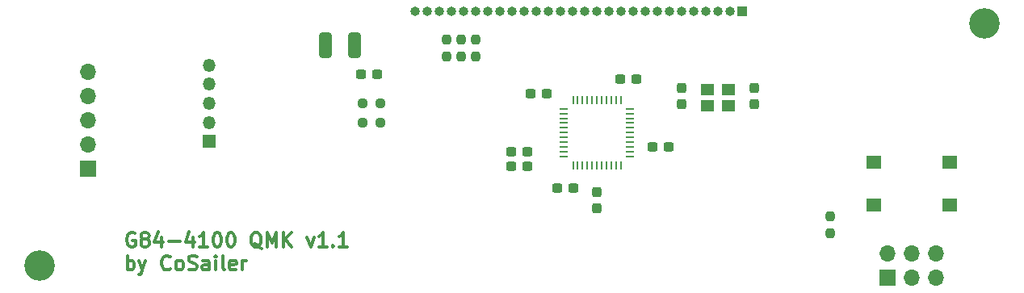
<source format=gts>
%TF.GenerationSoftware,KiCad,Pcbnew,7.0.7*%
%TF.CreationDate,2023-10-21T14:21:19+02:00*%
%TF.ProjectId,G84-4100,4738342d-3431-4303-902e-6b696361645f,rev?*%
%TF.SameCoordinates,Original*%
%TF.FileFunction,Soldermask,Top*%
%TF.FilePolarity,Negative*%
%FSLAX46Y46*%
G04 Gerber Fmt 4.6, Leading zero omitted, Abs format (unit mm)*
G04 Created by KiCad (PCBNEW 7.0.7) date 2023-10-21 14:21:19*
%MOMM*%
%LPD*%
G01*
G04 APERTURE LIST*
G04 Aperture macros list*
%AMRoundRect*
0 Rectangle with rounded corners*
0 $1 Rounding radius*
0 $2 $3 $4 $5 $6 $7 $8 $9 X,Y pos of 4 corners*
0 Add a 4 corners polygon primitive as box body*
4,1,4,$2,$3,$4,$5,$6,$7,$8,$9,$2,$3,0*
0 Add four circle primitives for the rounded corners*
1,1,$1+$1,$2,$3*
1,1,$1+$1,$4,$5*
1,1,$1+$1,$6,$7*
1,1,$1+$1,$8,$9*
0 Add four rect primitives between the rounded corners*
20,1,$1+$1,$2,$3,$4,$5,0*
20,1,$1+$1,$4,$5,$6,$7,0*
20,1,$1+$1,$6,$7,$8,$9,0*
20,1,$1+$1,$8,$9,$2,$3,0*%
G04 Aperture macros list end*
%ADD10C,0.300000*%
%ADD11RoundRect,0.237500X-0.300000X-0.237500X0.300000X-0.237500X0.300000X0.237500X-0.300000X0.237500X0*%
%ADD12C,3.200000*%
%ADD13RoundRect,0.237500X-0.237500X0.300000X-0.237500X-0.300000X0.237500X-0.300000X0.237500X0.300000X0*%
%ADD14R,1.700000X1.700000*%
%ADD15O,1.700000X1.700000*%
%ADD16RoundRect,0.237500X-0.237500X0.250000X-0.237500X-0.250000X0.237500X-0.250000X0.237500X0.250000X0*%
%ADD17R,1.600000X1.400000*%
%ADD18R,1.400000X1.200000*%
%ADD19RoundRect,0.237500X0.300000X0.237500X-0.300000X0.237500X-0.300000X-0.237500X0.300000X-0.237500X0*%
%ADD20RoundRect,0.237500X-0.250000X-0.237500X0.250000X-0.237500X0.250000X0.237500X-0.250000X0.237500X0*%
%ADD21RoundRect,0.237500X0.237500X-0.250000X0.237500X0.250000X-0.237500X0.250000X-0.237500X-0.250000X0*%
%ADD22RoundRect,0.250000X-0.400000X-1.075000X0.400000X-1.075000X0.400000X1.075000X-0.400000X1.075000X0*%
%ADD23R,1.350000X1.350000*%
%ADD24O,1.350000X1.350000*%
%ADD25RoundRect,0.062500X0.062500X-0.375000X0.062500X0.375000X-0.062500X0.375000X-0.062500X-0.375000X0*%
%ADD26RoundRect,0.062500X0.375000X-0.062500X0.375000X0.062500X-0.375000X0.062500X-0.375000X-0.062500X0*%
%ADD27R,1.000000X1.000000*%
%ADD28O,1.000000X1.000000*%
%ADD29RoundRect,0.237500X0.237500X-0.300000X0.237500X0.300000X-0.237500X0.300000X-0.237500X-0.300000X0*%
G04 APERTURE END LIST*
D10*
X105988225Y-84222257D02*
X105845368Y-84150828D01*
X105845368Y-84150828D02*
X105631082Y-84150828D01*
X105631082Y-84150828D02*
X105416796Y-84222257D01*
X105416796Y-84222257D02*
X105273939Y-84365114D01*
X105273939Y-84365114D02*
X105202510Y-84507971D01*
X105202510Y-84507971D02*
X105131082Y-84793685D01*
X105131082Y-84793685D02*
X105131082Y-85007971D01*
X105131082Y-85007971D02*
X105202510Y-85293685D01*
X105202510Y-85293685D02*
X105273939Y-85436542D01*
X105273939Y-85436542D02*
X105416796Y-85579400D01*
X105416796Y-85579400D02*
X105631082Y-85650828D01*
X105631082Y-85650828D02*
X105773939Y-85650828D01*
X105773939Y-85650828D02*
X105988225Y-85579400D01*
X105988225Y-85579400D02*
X106059653Y-85507971D01*
X106059653Y-85507971D02*
X106059653Y-85007971D01*
X106059653Y-85007971D02*
X105773939Y-85007971D01*
X106916796Y-84793685D02*
X106773939Y-84722257D01*
X106773939Y-84722257D02*
X106702510Y-84650828D01*
X106702510Y-84650828D02*
X106631082Y-84507971D01*
X106631082Y-84507971D02*
X106631082Y-84436542D01*
X106631082Y-84436542D02*
X106702510Y-84293685D01*
X106702510Y-84293685D02*
X106773939Y-84222257D01*
X106773939Y-84222257D02*
X106916796Y-84150828D01*
X106916796Y-84150828D02*
X107202510Y-84150828D01*
X107202510Y-84150828D02*
X107345368Y-84222257D01*
X107345368Y-84222257D02*
X107416796Y-84293685D01*
X107416796Y-84293685D02*
X107488225Y-84436542D01*
X107488225Y-84436542D02*
X107488225Y-84507971D01*
X107488225Y-84507971D02*
X107416796Y-84650828D01*
X107416796Y-84650828D02*
X107345368Y-84722257D01*
X107345368Y-84722257D02*
X107202510Y-84793685D01*
X107202510Y-84793685D02*
X106916796Y-84793685D01*
X106916796Y-84793685D02*
X106773939Y-84865114D01*
X106773939Y-84865114D02*
X106702510Y-84936542D01*
X106702510Y-84936542D02*
X106631082Y-85079400D01*
X106631082Y-85079400D02*
X106631082Y-85365114D01*
X106631082Y-85365114D02*
X106702510Y-85507971D01*
X106702510Y-85507971D02*
X106773939Y-85579400D01*
X106773939Y-85579400D02*
X106916796Y-85650828D01*
X106916796Y-85650828D02*
X107202510Y-85650828D01*
X107202510Y-85650828D02*
X107345368Y-85579400D01*
X107345368Y-85579400D02*
X107416796Y-85507971D01*
X107416796Y-85507971D02*
X107488225Y-85365114D01*
X107488225Y-85365114D02*
X107488225Y-85079400D01*
X107488225Y-85079400D02*
X107416796Y-84936542D01*
X107416796Y-84936542D02*
X107345368Y-84865114D01*
X107345368Y-84865114D02*
X107202510Y-84793685D01*
X108773939Y-84650828D02*
X108773939Y-85650828D01*
X108416796Y-84079400D02*
X108059653Y-85150828D01*
X108059653Y-85150828D02*
X108988224Y-85150828D01*
X109559652Y-85079400D02*
X110702510Y-85079400D01*
X112059653Y-84650828D02*
X112059653Y-85650828D01*
X111702510Y-84079400D02*
X111345367Y-85150828D01*
X111345367Y-85150828D02*
X112273938Y-85150828D01*
X113631081Y-85650828D02*
X112773938Y-85650828D01*
X113202509Y-85650828D02*
X113202509Y-84150828D01*
X113202509Y-84150828D02*
X113059652Y-84365114D01*
X113059652Y-84365114D02*
X112916795Y-84507971D01*
X112916795Y-84507971D02*
X112773938Y-84579400D01*
X114559652Y-84150828D02*
X114702509Y-84150828D01*
X114702509Y-84150828D02*
X114845366Y-84222257D01*
X114845366Y-84222257D02*
X114916795Y-84293685D01*
X114916795Y-84293685D02*
X114988223Y-84436542D01*
X114988223Y-84436542D02*
X115059652Y-84722257D01*
X115059652Y-84722257D02*
X115059652Y-85079400D01*
X115059652Y-85079400D02*
X114988223Y-85365114D01*
X114988223Y-85365114D02*
X114916795Y-85507971D01*
X114916795Y-85507971D02*
X114845366Y-85579400D01*
X114845366Y-85579400D02*
X114702509Y-85650828D01*
X114702509Y-85650828D02*
X114559652Y-85650828D01*
X114559652Y-85650828D02*
X114416795Y-85579400D01*
X114416795Y-85579400D02*
X114345366Y-85507971D01*
X114345366Y-85507971D02*
X114273937Y-85365114D01*
X114273937Y-85365114D02*
X114202509Y-85079400D01*
X114202509Y-85079400D02*
X114202509Y-84722257D01*
X114202509Y-84722257D02*
X114273937Y-84436542D01*
X114273937Y-84436542D02*
X114345366Y-84293685D01*
X114345366Y-84293685D02*
X114416795Y-84222257D01*
X114416795Y-84222257D02*
X114559652Y-84150828D01*
X115988223Y-84150828D02*
X116131080Y-84150828D01*
X116131080Y-84150828D02*
X116273937Y-84222257D01*
X116273937Y-84222257D02*
X116345366Y-84293685D01*
X116345366Y-84293685D02*
X116416794Y-84436542D01*
X116416794Y-84436542D02*
X116488223Y-84722257D01*
X116488223Y-84722257D02*
X116488223Y-85079400D01*
X116488223Y-85079400D02*
X116416794Y-85365114D01*
X116416794Y-85365114D02*
X116345366Y-85507971D01*
X116345366Y-85507971D02*
X116273937Y-85579400D01*
X116273937Y-85579400D02*
X116131080Y-85650828D01*
X116131080Y-85650828D02*
X115988223Y-85650828D01*
X115988223Y-85650828D02*
X115845366Y-85579400D01*
X115845366Y-85579400D02*
X115773937Y-85507971D01*
X115773937Y-85507971D02*
X115702508Y-85365114D01*
X115702508Y-85365114D02*
X115631080Y-85079400D01*
X115631080Y-85079400D02*
X115631080Y-84722257D01*
X115631080Y-84722257D02*
X115702508Y-84436542D01*
X115702508Y-84436542D02*
X115773937Y-84293685D01*
X115773937Y-84293685D02*
X115845366Y-84222257D01*
X115845366Y-84222257D02*
X115988223Y-84150828D01*
X119273936Y-85793685D02*
X119131079Y-85722257D01*
X119131079Y-85722257D02*
X118988222Y-85579400D01*
X118988222Y-85579400D02*
X118773936Y-85365114D01*
X118773936Y-85365114D02*
X118631079Y-85293685D01*
X118631079Y-85293685D02*
X118488222Y-85293685D01*
X118559651Y-85650828D02*
X118416794Y-85579400D01*
X118416794Y-85579400D02*
X118273936Y-85436542D01*
X118273936Y-85436542D02*
X118202508Y-85150828D01*
X118202508Y-85150828D02*
X118202508Y-84650828D01*
X118202508Y-84650828D02*
X118273936Y-84365114D01*
X118273936Y-84365114D02*
X118416794Y-84222257D01*
X118416794Y-84222257D02*
X118559651Y-84150828D01*
X118559651Y-84150828D02*
X118845365Y-84150828D01*
X118845365Y-84150828D02*
X118988222Y-84222257D01*
X118988222Y-84222257D02*
X119131079Y-84365114D01*
X119131079Y-84365114D02*
X119202508Y-84650828D01*
X119202508Y-84650828D02*
X119202508Y-85150828D01*
X119202508Y-85150828D02*
X119131079Y-85436542D01*
X119131079Y-85436542D02*
X118988222Y-85579400D01*
X118988222Y-85579400D02*
X118845365Y-85650828D01*
X118845365Y-85650828D02*
X118559651Y-85650828D01*
X119845365Y-85650828D02*
X119845365Y-84150828D01*
X119845365Y-84150828D02*
X120345365Y-85222257D01*
X120345365Y-85222257D02*
X120845365Y-84150828D01*
X120845365Y-84150828D02*
X120845365Y-85650828D01*
X121559651Y-85650828D02*
X121559651Y-84150828D01*
X122416794Y-85650828D02*
X121773937Y-84793685D01*
X122416794Y-84150828D02*
X121559651Y-85007971D01*
X124059651Y-84650828D02*
X124416794Y-85650828D01*
X124416794Y-85650828D02*
X124773937Y-84650828D01*
X126131080Y-85650828D02*
X125273937Y-85650828D01*
X125702508Y-85650828D02*
X125702508Y-84150828D01*
X125702508Y-84150828D02*
X125559651Y-84365114D01*
X125559651Y-84365114D02*
X125416794Y-84507971D01*
X125416794Y-84507971D02*
X125273937Y-84579400D01*
X126773936Y-85507971D02*
X126845365Y-85579400D01*
X126845365Y-85579400D02*
X126773936Y-85650828D01*
X126773936Y-85650828D02*
X126702508Y-85579400D01*
X126702508Y-85579400D02*
X126773936Y-85507971D01*
X126773936Y-85507971D02*
X126773936Y-85650828D01*
X128273937Y-85650828D02*
X127416794Y-85650828D01*
X127845365Y-85650828D02*
X127845365Y-84150828D01*
X127845365Y-84150828D02*
X127702508Y-84365114D01*
X127702508Y-84365114D02*
X127559651Y-84507971D01*
X127559651Y-84507971D02*
X127416794Y-84579400D01*
X105202510Y-88065828D02*
X105202510Y-86565828D01*
X105202510Y-87137257D02*
X105345368Y-87065828D01*
X105345368Y-87065828D02*
X105631082Y-87065828D01*
X105631082Y-87065828D02*
X105773939Y-87137257D01*
X105773939Y-87137257D02*
X105845368Y-87208685D01*
X105845368Y-87208685D02*
X105916796Y-87351542D01*
X105916796Y-87351542D02*
X105916796Y-87780114D01*
X105916796Y-87780114D02*
X105845368Y-87922971D01*
X105845368Y-87922971D02*
X105773939Y-87994400D01*
X105773939Y-87994400D02*
X105631082Y-88065828D01*
X105631082Y-88065828D02*
X105345368Y-88065828D01*
X105345368Y-88065828D02*
X105202510Y-87994400D01*
X106416796Y-87065828D02*
X106773939Y-88065828D01*
X107131082Y-87065828D02*
X106773939Y-88065828D01*
X106773939Y-88065828D02*
X106631082Y-88422971D01*
X106631082Y-88422971D02*
X106559653Y-88494400D01*
X106559653Y-88494400D02*
X106416796Y-88565828D01*
X109702510Y-87922971D02*
X109631082Y-87994400D01*
X109631082Y-87994400D02*
X109416796Y-88065828D01*
X109416796Y-88065828D02*
X109273939Y-88065828D01*
X109273939Y-88065828D02*
X109059653Y-87994400D01*
X109059653Y-87994400D02*
X108916796Y-87851542D01*
X108916796Y-87851542D02*
X108845367Y-87708685D01*
X108845367Y-87708685D02*
X108773939Y-87422971D01*
X108773939Y-87422971D02*
X108773939Y-87208685D01*
X108773939Y-87208685D02*
X108845367Y-86922971D01*
X108845367Y-86922971D02*
X108916796Y-86780114D01*
X108916796Y-86780114D02*
X109059653Y-86637257D01*
X109059653Y-86637257D02*
X109273939Y-86565828D01*
X109273939Y-86565828D02*
X109416796Y-86565828D01*
X109416796Y-86565828D02*
X109631082Y-86637257D01*
X109631082Y-86637257D02*
X109702510Y-86708685D01*
X110559653Y-88065828D02*
X110416796Y-87994400D01*
X110416796Y-87994400D02*
X110345367Y-87922971D01*
X110345367Y-87922971D02*
X110273939Y-87780114D01*
X110273939Y-87780114D02*
X110273939Y-87351542D01*
X110273939Y-87351542D02*
X110345367Y-87208685D01*
X110345367Y-87208685D02*
X110416796Y-87137257D01*
X110416796Y-87137257D02*
X110559653Y-87065828D01*
X110559653Y-87065828D02*
X110773939Y-87065828D01*
X110773939Y-87065828D02*
X110916796Y-87137257D01*
X110916796Y-87137257D02*
X110988225Y-87208685D01*
X110988225Y-87208685D02*
X111059653Y-87351542D01*
X111059653Y-87351542D02*
X111059653Y-87780114D01*
X111059653Y-87780114D02*
X110988225Y-87922971D01*
X110988225Y-87922971D02*
X110916796Y-87994400D01*
X110916796Y-87994400D02*
X110773939Y-88065828D01*
X110773939Y-88065828D02*
X110559653Y-88065828D01*
X111631082Y-87994400D02*
X111845368Y-88065828D01*
X111845368Y-88065828D02*
X112202510Y-88065828D01*
X112202510Y-88065828D02*
X112345368Y-87994400D01*
X112345368Y-87994400D02*
X112416796Y-87922971D01*
X112416796Y-87922971D02*
X112488225Y-87780114D01*
X112488225Y-87780114D02*
X112488225Y-87637257D01*
X112488225Y-87637257D02*
X112416796Y-87494400D01*
X112416796Y-87494400D02*
X112345368Y-87422971D01*
X112345368Y-87422971D02*
X112202510Y-87351542D01*
X112202510Y-87351542D02*
X111916796Y-87280114D01*
X111916796Y-87280114D02*
X111773939Y-87208685D01*
X111773939Y-87208685D02*
X111702510Y-87137257D01*
X111702510Y-87137257D02*
X111631082Y-86994400D01*
X111631082Y-86994400D02*
X111631082Y-86851542D01*
X111631082Y-86851542D02*
X111702510Y-86708685D01*
X111702510Y-86708685D02*
X111773939Y-86637257D01*
X111773939Y-86637257D02*
X111916796Y-86565828D01*
X111916796Y-86565828D02*
X112273939Y-86565828D01*
X112273939Y-86565828D02*
X112488225Y-86637257D01*
X113773939Y-88065828D02*
X113773939Y-87280114D01*
X113773939Y-87280114D02*
X113702510Y-87137257D01*
X113702510Y-87137257D02*
X113559653Y-87065828D01*
X113559653Y-87065828D02*
X113273939Y-87065828D01*
X113273939Y-87065828D02*
X113131081Y-87137257D01*
X113773939Y-87994400D02*
X113631081Y-88065828D01*
X113631081Y-88065828D02*
X113273939Y-88065828D01*
X113273939Y-88065828D02*
X113131081Y-87994400D01*
X113131081Y-87994400D02*
X113059653Y-87851542D01*
X113059653Y-87851542D02*
X113059653Y-87708685D01*
X113059653Y-87708685D02*
X113131081Y-87565828D01*
X113131081Y-87565828D02*
X113273939Y-87494400D01*
X113273939Y-87494400D02*
X113631081Y-87494400D01*
X113631081Y-87494400D02*
X113773939Y-87422971D01*
X114488224Y-88065828D02*
X114488224Y-87065828D01*
X114488224Y-86565828D02*
X114416796Y-86637257D01*
X114416796Y-86637257D02*
X114488224Y-86708685D01*
X114488224Y-86708685D02*
X114559653Y-86637257D01*
X114559653Y-86637257D02*
X114488224Y-86565828D01*
X114488224Y-86565828D02*
X114488224Y-86708685D01*
X115416796Y-88065828D02*
X115273939Y-87994400D01*
X115273939Y-87994400D02*
X115202510Y-87851542D01*
X115202510Y-87851542D02*
X115202510Y-86565828D01*
X116559653Y-87994400D02*
X116416796Y-88065828D01*
X116416796Y-88065828D02*
X116131082Y-88065828D01*
X116131082Y-88065828D02*
X115988224Y-87994400D01*
X115988224Y-87994400D02*
X115916796Y-87851542D01*
X115916796Y-87851542D02*
X115916796Y-87280114D01*
X115916796Y-87280114D02*
X115988224Y-87137257D01*
X115988224Y-87137257D02*
X116131082Y-87065828D01*
X116131082Y-87065828D02*
X116416796Y-87065828D01*
X116416796Y-87065828D02*
X116559653Y-87137257D01*
X116559653Y-87137257D02*
X116631082Y-87280114D01*
X116631082Y-87280114D02*
X116631082Y-87422971D01*
X116631082Y-87422971D02*
X115916796Y-87565828D01*
X117273938Y-88065828D02*
X117273938Y-87065828D01*
X117273938Y-87351542D02*
X117345367Y-87208685D01*
X117345367Y-87208685D02*
X117416796Y-87137257D01*
X117416796Y-87137257D02*
X117559653Y-87065828D01*
X117559653Y-87065828D02*
X117702510Y-87065828D01*
D11*
%TO.C,C10*%
X156871500Y-68072000D03*
X158596500Y-68072000D03*
%TD*%
D12*
%TO.C,H1*%
X96012000Y-87630000D03*
%TD*%
D13*
%TO.C,C2*%
X170942000Y-68987500D03*
X170942000Y-70712500D03*
%TD*%
D14*
%TO.C,J3*%
X101092000Y-77470000D03*
D15*
X101092000Y-74930000D03*
X101092000Y-72390000D03*
X101092000Y-69850000D03*
X101092000Y-67310000D03*
%TD*%
D16*
%TO.C,R3*%
X178919500Y-82399500D03*
X178919500Y-84224500D03*
%TD*%
D17*
%TO.C,SW1*%
X183452000Y-76780000D03*
X191452000Y-76780000D03*
X183452000Y-81280000D03*
X191452000Y-81280000D03*
%TD*%
D18*
%TO.C,Y1*%
X166032000Y-70820000D03*
X168232000Y-70820000D03*
X168232000Y-69120000D03*
X166032000Y-69120000D03*
%TD*%
D19*
%TO.C,C6*%
X151992500Y-79502000D03*
X150267500Y-79502000D03*
%TD*%
D20*
%TO.C,R2*%
X129897500Y-70612000D03*
X131722500Y-70612000D03*
%TD*%
D19*
%TO.C,C5*%
X149198500Y-69596000D03*
X147473500Y-69596000D03*
%TD*%
%TO.C,C4*%
X147166500Y-77216000D03*
X145441500Y-77216000D03*
%TD*%
D12*
%TO.C,H2*%
X195072000Y-62230000D03*
%TD*%
D19*
%TO.C,C11*%
X147166500Y-75692000D03*
X145441500Y-75692000D03*
%TD*%
D11*
%TO.C,C7*%
X160274000Y-75184000D03*
X161999000Y-75184000D03*
%TD*%
D14*
%TO.C,J1*%
X184912000Y-88900000D03*
D15*
X184912000Y-86360000D03*
X187452000Y-88900000D03*
X187452000Y-86360000D03*
X189992000Y-88900000D03*
X189992000Y-86360000D03*
%TD*%
D21*
%TO.C,R4*%
X141732000Y-65682500D03*
X141732000Y-63857500D03*
%TD*%
%TO.C,R6*%
X138684000Y-65682500D03*
X138684000Y-63857500D03*
%TD*%
D22*
%TO.C,F1*%
X125958000Y-64516000D03*
X129058000Y-64516000D03*
%TD*%
D20*
%TO.C,R1*%
X129897500Y-72644000D03*
X131722500Y-72644000D03*
%TD*%
D21*
%TO.C,R5*%
X140208000Y-65682500D03*
X140208000Y-63857500D03*
%TD*%
D19*
%TO.C,C8*%
X131418500Y-67564000D03*
X129693500Y-67564000D03*
%TD*%
D23*
%TO.C,J2*%
X113792000Y-74580000D03*
D24*
X113792000Y-72580000D03*
X113792000Y-70580000D03*
X113792000Y-68580000D03*
X113792000Y-66580000D03*
%TD*%
D25*
%TO.C,U2*%
X151932000Y-77097500D03*
X152432000Y-77097500D03*
X152932000Y-77097500D03*
X153432000Y-77097500D03*
X153932000Y-77097500D03*
X154432000Y-77097500D03*
X154932000Y-77097500D03*
X155432000Y-77097500D03*
X155932000Y-77097500D03*
X156432000Y-77097500D03*
X156932000Y-77097500D03*
D26*
X157869500Y-76160000D03*
X157869500Y-75660000D03*
X157869500Y-75160000D03*
X157869500Y-74660000D03*
X157869500Y-74160000D03*
X157869500Y-73660000D03*
X157869500Y-73160000D03*
X157869500Y-72660000D03*
X157869500Y-72160000D03*
X157869500Y-71660000D03*
X157869500Y-71160000D03*
D25*
X156932000Y-70222500D03*
X156432000Y-70222500D03*
X155932000Y-70222500D03*
X155432000Y-70222500D03*
X154932000Y-70222500D03*
X154432000Y-70222500D03*
X153932000Y-70222500D03*
X153432000Y-70222500D03*
X152932000Y-70222500D03*
X152432000Y-70222500D03*
X151932000Y-70222500D03*
D26*
X150994500Y-71160000D03*
X150994500Y-71660000D03*
X150994500Y-72160000D03*
X150994500Y-72660000D03*
X150994500Y-73160000D03*
X150994500Y-73660000D03*
X150994500Y-74160000D03*
X150994500Y-74660000D03*
X150994500Y-75160000D03*
X150994500Y-75660000D03*
X150994500Y-76160000D03*
%TD*%
D27*
%TO.C,J4*%
X169672000Y-60960000D03*
D28*
X168402000Y-60960000D03*
X167132000Y-60960000D03*
X165862000Y-60960000D03*
X164592000Y-60960000D03*
X163322000Y-60960000D03*
X162052000Y-60960000D03*
X160782000Y-60960000D03*
X159512000Y-60960000D03*
X158242000Y-60960000D03*
X156972000Y-60960000D03*
X155702000Y-60960000D03*
X154432000Y-60960000D03*
X153162000Y-60960000D03*
X151892000Y-60960000D03*
X150622000Y-60960000D03*
X149352000Y-60960000D03*
X148082000Y-60960000D03*
X146812000Y-60960000D03*
X145542000Y-60960000D03*
X144272000Y-60960000D03*
X143002000Y-60960000D03*
X141732000Y-60960000D03*
X140462000Y-60960000D03*
X139192000Y-60960000D03*
X137922000Y-60960000D03*
X136652000Y-60960000D03*
X135382000Y-60960000D03*
%TD*%
D13*
%TO.C,C3*%
X154432000Y-79909500D03*
X154432000Y-81634500D03*
%TD*%
D29*
%TO.C,C1*%
X163322000Y-70712500D03*
X163322000Y-68987500D03*
%TD*%
M02*

</source>
